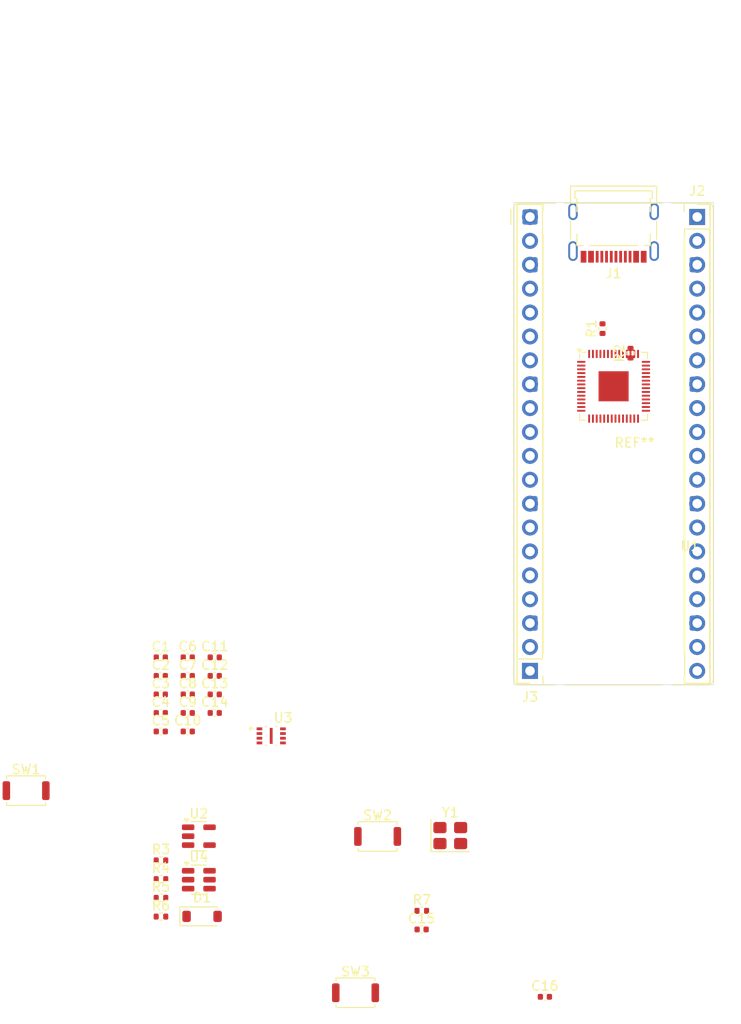
<source format=kicad_pcb>
(kicad_pcb (version 20241229) (generator "pcbnew") (generator_version "9.0")
  (layers (0 "F.Cu" signal) (2 "B.Cu" signal) (13 "F.Paste" user) (15 "B.Paste" user) (5 "F.SilkS" user "F.Silkscreen") (7 "B.SilkS" user "B.Silkscreen") (1 "F.Mask" user) (3 "B.Mask" user) (25 "Edge.Cuts" user))
  (net 0 "")
  (net 1 "GND")
  (net 2 "+3V3")
  (net 3 "VSYS")
  (net 4 "+1V1")
  (net 5 "+5V")
  (net 7 "Net-(J1-CC2)")
  (net 9 "USBDP")
  (net 10 "Net-(J1-CC1)")
  (net 11 "USBDN")
  (net 12 "IO18")
  (net 13 "IO20")
  (net 15 "IO28")
  (net 16 "IO21")
  (net 18 "RUN")
  (net 19 "IO27")
  (net 20 "IO22")
  (net 21 "IO26")
  (net 22 "IO16")
  (net 23 "IO19")
  (net 24 "IO17")
  (net 25 "IO14")
  (net 26 "IO0")
  (net 27 "IO13")
  (net 28 "IO8")
  (net 29 "IO11")
  (net 30 "IO2")
  (net 31 "IO1")
  (net 32 "IO5")
  (net 33 "IO9")
  (net 34 "IO3")
  (net 35 "IO12")
  (net 36 "IO7")
  (net 37 "IO6")
  (net 38 "IO10")
  (net 39 "IO15")
  (net 40 "IO4")
  (net 41 "CLEAN_USBDP")
  (net 42 "Net-(U1-USB_DP)")
  (net 43 "Net-(U1-USB_DM)")
  (net 44 "CLEAN_USBDN")
  (net 45 "Net-(R5-Pad2)")
  (net 46 "SPI_CS")
  (net 47 "SPI_SD3")
  (net 51 "IO23")
  (net 52 "SPI_SCLK")
  (net 53 "IO25")
  (net 54 "SPI_SD1")
  (net 55 "IO29")
  (net 56 "SPI_SD2")
  (net 57 "IO24")
  (net 59 "SPI_SD0")
  (net 61 "XIN")
  (net 62 "XOUT")
  (footprint "Capacitor_SMD:C_0402_1005Metric" (layer "F.Cu") (at 137.945 99.7)
    (property "Reference" "C5" (at 0 -1.16 0) (layer "F.SilkS"))
    (property "Value" "100n")
    (fp_line (start -0.107836 -0.36) (end 0.107836 -0.36) (stroke (width 0.12)) (layer "F.SilkS"))
    (fp_line (start -0.107836 0.36) (end 0.107836 0.36) (stroke (width 0.12)) (layer "F.SilkS"))
    (pad "1" smd roundrect (at -0.48 0) (size 0.56 0.62) (layers "F.Cu" "F.Mask" "F.Paste") (net 1 "GND"))
    (pad "2" smd roundrect (at 0.48 0) (size 0.56 0.62) (layers "F.Cu" "F.Mask" "F.Paste") (net 2 "+3V3"))
  )
  (footprint "Package_TO_SOT_SMD:SOT-23-5" (layer "F.Cu") (at 141.995 110.835)
    (property "Reference" "U2" (at 0 -2.4 0) (layer "F.SilkS"))
    (property "Value" "AP2112K-3.3")
    (fp_line (start 0 -1.56) (end -0.8 -1.56) (stroke (width 0.12)) (layer "F.SilkS"))
    (fp_line (start 0 -1.56) (end 0.8 -1.56) (stroke (width 0.12)) (layer "F.SilkS"))
    (fp_line (start 0 1.56) (end -0.8 1.56) (stroke (width 0.12)) (layer "F.SilkS"))
    (fp_line (start 0 1.56) (end 0.8 1.56) (stroke (width 0.12)) (layer "F.SilkS"))
    (fp_poly (pts (xy -1.3 -1.51) (xy -1.54 -1.84) (xy -1.06 -1.84)) (stroke (width 0.12)) (fill yes) (layer "F.SilkS"))
    (pad "1" smd roundrect (at -1.1375 -0.95) (size 1.325 0.6) (layers "F.Cu" "F.Mask" "F.Paste") (net 3 "VSYS"))
    (pad "2" smd roundrect (at -1.1375 0) (size 1.325 0.6) (layers "F.Cu" "F.Mask" "F.Paste") (net 1 "GND"))
    (pad "3" smd roundrect (at -1.1375 0.95) (size 1.325 0.6) (layers "F.Cu" "F.Mask" "F.Paste") (net 3 "VSYS"))
    (pad "4" smd roundrect (at 1.1375 0.95) (size 1.325 0.6) (layers "F.Cu" "F.Mask" "F.Paste"))
    (pad "5" smd roundrect (at 1.1375 -0.95) (size 1.325 0.6) (layers "F.Cu" "F.Mask" "F.Paste") (net 2 "+3V3"))
  )
  (footprint "Capacitor_SMD:C_0402_1005Metric" (layer "F.Cu") (at 140.815 95.76)
    (property "Reference" "C8" (at 0 -1.16 0) (layer "F.SilkS"))
    (property "Value" "1u")
    (fp_line (start -0.107836 -0.36) (end 0.107836 -0.36) (stroke (width 0.12)) (layer "F.SilkS"))
    (fp_line (start -0.107836 0.36) (end 0.107836 0.36) (stroke (width 0.12)) (layer "F.SilkS"))
    (pad "1" smd roundrect (at -0.48 0) (size 0.56 0.62) (layers "F.Cu" "F.Mask" "F.Paste") (net 2 "+3V3"))
    (pad "2" smd roundrect (at 0.48 0) (size 0.56 0.62) (layers "F.Cu" "F.Mask" "F.Paste") (net 1 "GND"))
  )
  (footprint "Resistor_SMD:R_0402_1005Metric" (layer "F.Cu") (at 184.93 56.87 90)
    (property "Reference" "R1" (at 0 -1.17 90) (layer "F.SilkS"))
    (property "Value" "27.4" (hide yes))
    (fp_line (start -0.153641 -0.38) (end 0.153641 -0.38) (stroke (width 0.12)) (layer "F.SilkS"))
    (fp_line (start -0.153641 0.38) (end 0.153641 0.38) (stroke (width 0.12)) (layer "F.SilkS"))
    (pad "1" smd roundrect (at -0.51 0 90) (size 0.54 0.64) (layers "F.Cu" "F.Mask" "F.Paste") (net 41 "CLEAN_USBDP"))
    (pad "2" smd roundrect (at 0.51 0 90) (size 0.54 0.64) (layers "F.Cu" "F.Mask" "F.Paste") (net 42 "Net-(U1-USB_DP)"))
  )
  (footprint "Capacitor_SMD:C_0402_1005Metric" (layer "F.Cu") (at 140.815 93.79)
    (property "Reference" "C7" (at 0 -1.16 0) (layer "F.SilkS"))
    (property "Value" "100n")
    (fp_line (start -0.107836 -0.36) (end 0.107836 -0.36) (stroke (width 0.12)) (layer "F.SilkS"))
    (fp_line (start -0.107836 0.36) (end 0.107836 0.36) (stroke (width 0.12)) (layer "F.SilkS"))
    (pad "1" smd roundrect (at -0.48 0) (size 0.56 0.62) (layers "F.Cu" "F.Mask" "F.Paste") (net 1 "GND"))
    (pad "2" smd roundrect (at 0.48 0) (size 0.56 0.62) (layers "F.Cu" "F.Mask" "F.Paste") (net 2 "+3V3"))
  )
  (footprint "W25Q16JVUXIQ_TR:IC_W25Q16JVUXIQ_TR" (layer "F.Cu") (at 149.69 100.17)
    (property "Reference" "U3" (at 1.275 -1.925 0) (layer "F.SilkS"))
    (property "Value" "W25Q16JVUXIQ_TR")
    (fp_line (start -0.63 -1) (end -0.47 -1) (stroke (width 0.127)) (layer "F.SilkS"))
    (fp_line (start -0.63 1) (end -0.47 1) (stroke (width 0.127)) (layer "F.SilkS"))
    (fp_line (start 0.63 -1) (end 0.47 -1) (stroke (width 0.127)) (layer "F.SilkS"))
    (fp_line (start 0.63 1) (end 0.47 1) (stroke (width 0.127)) (layer "F.SilkS"))
    (fp_circle (center -2.16 -0.76) (end -2.06 -0.76) (stroke (width 0.2)) (fill no) (layer "F.SilkS"))
    (pad "1" smd rect (at -1.25 -0.75) (size 0.6 0.3) (layers "F.Cu" "F.Mask") (net 46 "SPI_CS"))
    (pad "2" smd rect (at -1.25 -0.25) (size 0.6 0.3) (layers "F.Cu" "F.Mask") (net 54 "SPI_SD1"))
    (pad "3" smd rect (at -1.25 0.25) (size 0.6 0.3) (layers "F.Cu" "F.Mask") (net 56 "SPI_SD2"))
    (pad "4" smd rect (at -1.25 0.75) (size 0.6 0.3) (layers "F.Cu" "F.Mask") (net 1 "GND"))
    (pad "5" smd rect (at 1.25 0.75) (size 0.6 0.3) (layers "F.Cu" "F.Mask") (net 59 "SPI_SD0"))
    (pad "6" smd rect (at 1.25 0.25) (size 0.6 0.3) (layers "F.Cu" "F.Mask") (net 52 "SPI_SCLK"))
    (pad "7" smd rect (at 1.25 -0.25) (size 0.6 0.3) (layers "F.Cu" "F.Mask") (net 47 "SPI_SD3"))
    (pad "8" smd rect (at 1.25 -0.75) (size 0.6 0.3) (layers "F.Cu" "F.Mask") (net 2 "+3V3"))
    (pad "9" smd rect (at 0 0) (size 0.3 1.7) (layers "F.Cu" "F.Mask") (net 1 "GND"))
  )
  (footprint "Package_TO_SOT_SMD:SOT-23-6" (layer "F.Cu") (at 141.995 115.46)
    (property "Reference" "U4" (at 0 -2.4 0) (layer "F.SilkS"))
    (property "Value" "USBLC6-2SC6")
    (fp_line (start 0 -1.56) (end -0.8 -1.56) (stroke (width 0.12)) (layer "F.SilkS"))
    (fp_line (start 0 -1.56) (end 0.8 -1.56) (stroke (width 0.12)) (layer "F.SilkS"))
    (fp_line (start 0 1.56) (end -0.8 1.56) (stroke (width 0.12)) (layer "F.SilkS"))
    (fp_line (start 0 1.56) (end 0.8 1.56) (stroke (width 0.12)) (layer "F.SilkS"))
    (fp_poly (pts (xy -1.3 -1.51) (xy -1.54 -1.84) (xy -1.06 -1.84)) (stroke (width 0.12)) (fill yes) (layer "F.SilkS"))
    (pad "1" smd roundrect (at -1.1375 -0.95) (size 1.325 0.6) (layers "F.Cu" "F.Mask" "F.Paste") (net 9 "USBDP"))
    (pad "2" smd roundrect (at -1.1375 0) (size 1.325 0.6) (layers "F.Cu" "F.Mask" "F.Paste") (net 1 "GND"))
    (pad "3" smd roundrect (at -1.1375 0.95) (size 1.325 0.6) (layers "F.Cu" "F.Mask" "F.Paste") (net 11 "USBDN"))
    (pad "4" smd roundrect (at 1.1375 0.95) (size 1.325 0.6) (layers "F.Cu" "F.Mask" "F.Paste") (net 44 "CLEAN_USBDN"))
    (pad "5" smd roundrect (at 1.1375 0) (size 1.325 0.6) (layers "F.Cu" "F.Mask" "F.Paste") (net 5 "+5V"))
    (pad "6" smd roundrect (at 1.1375 -0.95) (size 1.325 0.6) (layers "F.Cu" "F.Mask" "F.Paste") (net 41 "CLEAN_USBDP"))
  )
  (footprint "Capacitor_SMD:C_0402_1005Metric" (layer "F.Cu") (at 137.945 93.79)
    (property "Reference" "C2" (at 0 -1.16 0) (layer "F.SilkS"))
    (property "Value" "100n")
    (fp_line (start -0.107836 -0.36) (end 0.107836 -0.36) (stroke (width 0.12)) (layer "F.SilkS"))
    (fp_line (start -0.107836 0.36) (end 0.107836 0.36) (stroke (width 0.12)) (layer "F.SilkS"))
    (pad "1" smd roundrect (at -0.48 0) (size 0.56 0.62) (layers "F.Cu" "F.Mask" "F.Paste") (net 1 "GND"))
    (pad "2" smd roundrect (at 0.48 0) (size 0.56 0.62) (layers "F.Cu" "F.Mask" "F.Paste") (net 2 "+3V3"))
  )
  (footprint "Capacitor_SMD:C_0402_1005Metric" (layer "F.Cu") (at 140.815 97.73)
    (property "Reference" "C9" (at 0 -1.16 0) (layer "F.SilkS"))
    (property "Value" "1uF")
    (fp_line (start -0.107836 -0.36) (end 0.107836 -0.36) (stroke (width 0.12)) (layer "F.SilkS"))
    (fp_line (start -0.107836 0.36) (end 0.107836 0.36) (stroke (width 0.12)) (layer "F.SilkS"))
    (pad "1" smd roundrect (at -0.48 0) (size 0.56 0.62) (layers "F.Cu" "F.Mask" "F.Paste") (net 2 "+3V3"))
    (pad "2" smd roundrect (at 0.48 0) (size 0.56 0.62) (layers "F.Cu" "F.Mask" "F.Paste") (net 1 "GND"))
  )
  (footprint "Resistor_SMD:R_0402_1005Metric" (layer "F.Cu") (at 187.91 59.48 90)
    (property "Reference" "R2" (at 0 -1.17 90) (layer "F.SilkS"))
    (property "Value" "27.4" (hide yes))
    (fp_line (start -0.153641 -0.38) (end 0.153641 -0.38) (stroke (width 0.12)) (layer "F.SilkS"))
    (fp_line (start -0.153641 0.38) (end 0.153641 0.38) (stroke (width 0.12)) (layer "F.SilkS"))
    (pad "1" smd roundrect (at -0.51 0 90) (size 0.54 0.64) (layers "F.Cu" "F.Mask" "F.Paste") (net 43 "Net-(U1-USB_DM)"))
    (pad "2" smd roundrect (at 0.51 0 90) (size 0.54 0.64) (layers "F.Cu" "F.Mask" "F.Paste") (net 44 "CLEAN_USBDN"))
  )
  (footprint "Capacitor_SMD:C_0402_1005Metric" (layer "F.Cu") (at 137.945 91.82)
    (property "Reference" "C1" (at 0 -1.16 0) (layer "F.SilkS"))
    (property "Value" "100n")
    (fp_line (start -0.107836 -0.36) (end 0.107836 -0.36) (stroke (width 0.12)) (layer "F.SilkS"))
    (fp_line (start -0.107836 0.36) (end 0.107836 0.36) (stroke (width 0.12)) (layer "F.SilkS"))
    (pad "1" smd roundrect (at -0.48 0) (size 0.56 0.62) (layers "F.Cu" "F.Mask" "F.Paste") (net 1 "GND"))
    (pad "2" smd roundrect (at 0.48 0) (size 0.56 0.62) (layers "F.Cu" "F.Mask" "F.Paste") (net 2 "+3V3"))
  )
  (footprint "Capacitor_SMD:C_0402_1005Metric" (layer "F.Cu") (at 140.815 99.7)
    (property "Reference" "C10" (at 0 -1.16 0) (layer "F.SilkS"))
    (property "Value" "1uF")
    (fp_line (start -0.107836 -0.36) (end 0.107836 -0.36) (stroke (width 0.12)) (layer "F.SilkS"))
    (fp_line (start -0.107836 0.36) (end 0.107836 0.36) (stroke (width 0.12)) (layer "F.SilkS"))
    (pad "1" smd roundrect (at -0.48 0) (size 0.56 0.62) (layers "F.Cu" "F.Mask" "F.Paste") (net 3 "VSYS"))
    (pad "2" smd roundrect (at 0.48 0) (size 0.56 0.62) (layers "F.Cu" "F.Mask" "F.Paste") (net 1 "GND"))
  )
  (footprint "Button_Switch_SMD:SW_Push_SPST_NO_Alps_SKRK" (layer "F.Cu") (at 123.62 105.99)
    (property "Reference" "SW1" (at 0 -2.25 0) (layer "F.SilkS"))
    (property "Value" "Boot")
    (fp_line (start -2.07 -1.57) (end 2.07 -1.57) (stroke (width 0.12)) (layer "F.SilkS"))
    (fp_line (start -2.07 -1.27) (end -2.07 -1.57) (stroke (width 0.12)) (layer "F.SilkS"))
    (fp_line (start -2.07 1.57) (end -2.07 1.27) (stroke (width 0.12)) (layer "F.SilkS"))
    (fp_line (start 2.07 -1.57) (end 2.07 -1.27) (stroke (width 0.12)) (layer "F.SilkS"))
    (fp_line (start 2.07 1.27) (end 2.07 1.57) (stroke (width 0.12)) (layer "F.SilkS"))
    (fp_line (start 2.07 1.57) (end -2.07 1.57) (stroke (width 0.12)) (layer "F.SilkS"))
    (pad "1" smd roundrect (at -2.1 0) (size 0.8 2) (layers "F.Cu" "F.Mask" "F.Paste") (net 46 "SPI_CS"))
    (pad "2" smd roundrect (at 2.1 0) (size 0.8 2) (layers "F.Cu" "F.Mask" "F.Paste") (net 45 "Net-(R5-Pad2)"))
  )
  (footprint "Package_DFN_QFN:QFN-56-1EP_7x7mm_P0.4mm_EP3.2x3.2mm" (layer "F.Cu") (at 186.11 63)
    (property "Reference" "U1" (at 8.11 17 0) (layer "F.SilkS"))
    (property "Value" "RP2040" (hide yes))
    (fp_line (start -3.61 -2.96) (end -3.61 -3.37) (stroke (width 0.12)) (layer "F.SilkS"))
    (fp_line (start -3.61 3.61) (end -3.61 2.96) (stroke (width 0.12)) (layer "F.SilkS"))
    (fp_line (start -2.96 -3.61) (end -3.31 -3.61) (stroke (width 0.12)) (layer "F.SilkS"))
    (fp_line (start -2.96 3.61) (end -3.61 3.61) (stroke (width 0.12)) (layer "F.SilkS"))
    (fp_line (start 2.96 -3.61) (end 3.61 -3.61) (stroke (width 0.12)) (layer "F.SilkS"))
    (fp_line (start 2.96 3.61) (end 3.61 3.61) (stroke (width 0.12)) (layer "F.SilkS"))
    (fp_line (start 3.61 -3.61) (end 3.61 -2.96) (stroke (width 0.12)) (layer "F.SilkS"))
    (fp_line (start 3.61 3.61) (end 3.61 2.96) (stroke (width 0.12)) (layer "F.SilkS"))
    (fp_poly (pts (xy -3.61 -3.61) (xy -3.85 -3.94) (xy -3.37 -3.94)) (stroke (width 0.12)) (fill yes) (layer "F.SilkS"))
    (pad "1" smd roundrect (at -3.4375 -2.6) (size 0.875 0.2) (layers "F.Cu" "F.Mask" "F.Paste") (net 2 "+3V3"))
    (pad "2" smd roundrect (at -3.4375 -2.2) (size 0.875 0.2) (layers "F.Cu" "F.Mask" "F.Paste") (net 26 "IO0"))
    (pad "3" smd roundrect (at -3.4375 -1.8) (size 0.875 0.2) (layers "F.Cu" "F.Mask" "F.Paste") (net 31 "IO1"))
    (pad "4" smd roundrect (at -3.4375 -1.4) (size 0.875 0.2) (layers "F.Cu" "F.Mask" "F.Paste") (net 30 "IO2"))
    (pad "5" smd roundrect (at -3.4375 -1) (size 0.875 0.2) (layers "F.Cu" "F.Mask" "F.Paste") (net 34 "IO3"))
    (pad "6" smd roundrect (at -3.4375 -0.6) (size 0.875 0.2) (layers "F.Cu" "F.Mask" "F.Paste") (net 40 "IO4"))
    (pad "7" smd roundrect (at -3.4375 -0.2) (size 0.875 0.2) (layers "F.Cu" "F.Mask" "F.Paste") (net 32 "IO5"))
    (pad "8" smd roundrect (at -3.4375 0.2) (size 0.875 0.2) (layers "F.Cu" "F.Mask" "F.Paste") (net 37 "IO6"))
    (pad "9" smd roundrect (at -3.4375 0.6) (size 0.875 0.2) (layers "F.Cu" "F.Mask" "F.Paste") (net 36 "IO7"))
    (pad "10" smd roundrect (at -3.4375 1) (size 0.875 0.2) (layers "F.Cu" "F.Mask" "F.Paste") (net 2 "+3V3"))
    (pad "11" smd roundrect (at -3.4375 1.4) (size 0.875 0.2) (layers "F.Cu" "F.Mask" "F.Paste") (net 28 "IO8"))
    (pad "12" smd roundrect (at -3.4375 1.8) (size 0.875 0.2) (layers "F.Cu" "F.Mask" "F.Paste") (net 33 "IO9"))
    (pad "13" smd roundrect (at -3.4375 2.2) (size 0.875 0.2) (layers "F.Cu" "F.Mask" "F.Paste") (net 38 "IO10"))
    (pad "14" smd roundrect (at -3.4375 2.6) (size 0.875 0.2) (layers "F.Cu" "F.Mask" "F.Paste") (net 29 "IO11"))
    (pad "15" smd roundrect (at -2.6 3.4375) (size 0.2 0.875) (layers "F.Cu" "F.Mask" "F.Paste") (net 35 "IO12"))
    (pad "16" smd roundrect (at -2.2 3.4375) (size 0.2 0.875) (layers "F.Cu" "F.Mask" "F.Paste") (net 27 "IO13"))
    (pad "17" smd roundrect (at -1.8 3.4375) (size 0.2 0.875) (layers "F.Cu" "F.Mask" "F.Paste") (net 25 "IO14"))
    (pad "18" smd roundrect (at -1.4 3.4375) (size 0.2 0.875) (layers "F.Cu" "F.Mask" "F.Paste") (net 39 "IO15"))
    (pad "19" smd roundrect (at -1 3.4375) (size 0.2 0.875) (layers "F.Cu" "F.Mask" "F.Paste") (net 1 "GND"))
    (pad "20" smd roundrect (at -0.6 3.4375) (size 0.2 0.875) (layers "F.Cu" "F.Mask" "F.Paste"))
    (pad "21" smd roundrect (at -0.2 3.4375) (size 0.2 0.875) (layers "F.Cu" "F.Mask" "F.Paste"))
    (pad "22" smd roundrect (at 0.2 3.4375) (size 0.2 0.875) (layers "F.Cu" "F.Mask" "F.Paste") (net 2 "+3V3"))
    (pad "23" smd roundrect (at 0.6 3.4375) (size 0.2 0.875) (layers "F.Cu" "F.Mask" "F.Paste") (net 4 "+1V1"))
    (pad "24" smd roundrect (at 1 3.4375) (size 0.2 0.875) (layers "F.Cu" "F.Mask" "F.Paste"))
    (pad "25" smd roundrect (at 1.4 3.4375) (size 0.2 0.875) (layers "F.Cu" "F.Mask" "F.Paste"))
    (pad "26" smd roundrect (at 1.8 3.4375) (size 0.2 0.875) (layers "F.Cu" "F.Mask" "F.Paste") (net 18 "RUN"))
    (pad "27" smd roundrect (at 2.2 3.4375) (size 0.2 0.875) (layers "F.Cu" "F.Mask" "F.Paste") (net 22 "IO16"))
    (pad "28" smd roundrect (at 2.6 3.4375) (size 0.2 0.875) (layers "F.Cu" "F.Mask" "F.Paste") (net 24 "IO17"))
    (pad "29" smd roundrect (at 3.4375 2.6) (size 0.875 0.2) (layers "F.Cu" "F.Mask" "F.Paste") (net 12 "IO18"))
    (pad "30" smd roundrect (at 3.4375 2.2) (size 0.875 0.2) (layers "F.Cu" "F.Mask" "F.Paste") (net 23 "IO19"))
    (pad "31" smd roundrect (at 3.4375 1.8) (size 0.875 0.2) (layers "F.Cu" "F.Mask" "F.Paste") (net 13 "IO20"))
    (pad "32" smd roundrect (at 3.4375 1.4) (size 0.875 0.2) (layers "F.Cu" "F.Mask" "F.Paste") (net 16 "IO21"))
    (pad "33" smd roundrect (at 3.4375 1) (size 0.875 0.2) (layers "F.Cu" "F.Mask" "F.Paste") (net 2 "+3V3"))
    (pad "34" smd roundrect (at 3.4375 0.6) (size 0.875 0.2) (layers "F.Cu" "F.Mask" "F.Paste") (net 20 "IO22"))
    (pad "35" smd roundrect (at 3.4375 0.2) (size 0.875 0.2) (layers "F.Cu" "F.Mask" "F.Paste") (net 51 "IO23"))
    (pad "36" smd roundrect (at 3.4375 -0.2) (size 0.875 0.2) (layers "F.Cu" "F.Mask" "F.Paste") (net 57 "IO24"))
    (pad "37" smd roundrect (at 3.4375 -0.6) (size 0.875 0.2) (layers "F.Cu" "F.Mask" "F.Paste") (net 53 "IO25"))
    (pad "38" smd roundrect (at 3.4375 -1) (size 0.875 0.2) (layers "F.Cu" "F.Mask" "F.Paste") (net 21 "IO26"))
    (pad "39" smd roundrect (at 3.4375 -1.4) (size 0.875 0.2) (layers "F.Cu" "F.Mask" "F.Paste") (net 19 "IO27"))
    (pad "40" smd roundrect (at 3.4375 -1.8) (size 0.875 0.2) (layers "F.Cu" "F.Mask" "F.Paste") (net 15 "IO28"))
    (pad "41" smd roundrect (at 3.4375 -2.2) (size 0.875 0.2) (layers "F.Cu" "F.Mask" "F.Paste") (net 55 "IO29"))
    (pad "42" smd roundrect (at 3.4375 -2.6) (size 0.875 0.2) (layers "F.Cu" "F.Mask" "F.Paste") (net 2 "+3V3"))
    (pad "43" smd roundrect (at 2.6 -3.4375) (size 0.2 0.875) (layers "F.Cu" "F.Mask" "F.Paste") (net 2 "+3V3"))
    (pad "44" smd roundrect (at 2.2 -3.4375) (size 0.2 0.875) (layers "F.Cu" "F.Mask" "F.Paste") (net 2 "+3V3"))
    (pad "45" smd roundrect (at 1.8 -3.4375) (size 0.2 0.875) (layers "F.Cu" "F.Mask" "F.Paste") (net 4 "+1V1"))
    (pad "46" smd roundrect (at 1.4 -3.4375) (size 0.2 0.875) (layers "F.Cu" "F.Mask" "F.Paste") (net 43 "Net-(U1-USB_DM)"))
    (pad "47" smd roundrect (at 1 -3.4375) (size 0.2 0.875) (layers "F.Cu" "F.Mask" "F.Paste") (net 42 "Net-(U1-USB_DP)"))
    (pad "48" smd roundrect (at 0.6 -3.4375) (size 0.2 0.875) (layers "F.Cu" "F.Mask" "F.Paste") (net 2 "+3V3"))
    (pad "49" smd roundrect (at 0.2 -3.4375) (size 0.2 0.875) (layers "F.Cu" "F.Mask" "F.Paste") (net 2 "+3V3"))
    (pad "50" smd roundrect (at -0.2 -3.4375) (size 0.2 0.875) (layers "F.Cu" "F.Mask" "F.Paste") (net 4 "+1V1"))
    (pad "51" smd roundrect (at -0.6 -3.4375) (size 0.2 0.875) (layers "F.Cu" "F.Mask" "F.Paste") (net 47 "SPI_SD3"))
    (pad "52" smd roundrect (at -1 -3.4375) (size 0.2 0.875) (layers "F.Cu" "F.Mask" "F.Paste") (net 52 "SPI_SCLK"))
    (pad "53" smd roundrect (at -1.4 -3.4375) (size 0.2 0.875) (layers "F.Cu" "F.Mask" "F.Paste") (net 59 "SPI_SD0"))
    (pad "54" smd roundrect (at -1.8 -3.4375) (size 0.2 0.875) (layers "F.Cu" "F.Mask" "F.Paste") (net 56 "SPI_SD2"))
    (pad "55" smd roundrect (at -2.2 -3.4375) (size 0.2 0.875) (layers "F.Cu" "F.Mask" "F.Paste") (net 54 "SPI_SD1"))
    (pad "56" smd roundrect (at -2.6 -3.4375) (size 0.2 0.875) (layers "F.Cu" "F.Mask" "F.Paste") (net 46 "SPI_CS"))
    (pad "57" smd rect (at 0 0) (size 3.2 3.2) (property pad_prop_heatsink) (layers "F.Cu" "F.Mask") (net 1 "GND"))
  )
  (footprint "Capacitor_SMD:C_0402_1005Metric" (layer "F.Cu") (at 178.8 127.91)
    (property "Reference" "C16" (at 0 -1.16 0) (layer "F.SilkS"))
    (property "Value" "15pF")
    (fp_line (start -0.107836 -0.36) (end 0.107836 -0.36) (stroke (width 0.12)) (layer "F.SilkS"))
    (fp_line (start -0.107836 0.36) (end 0.107836 0.36) (stroke (width 0.12)) (layer "F.SilkS"))
    (pad "1" smd roundrect (at -0.48 0) (size 0.56 0.62) (layers "F.Cu" "F.Mask" "F.Paste") (net 1 "GND"))
    (pad "2" smd roundrect (at 0.48 0) (size 0.56 0.62) (layers "F.Cu" "F.Mask" "F.Paste") (net 62 "XOUT"))
  )
  (footprint "Resistor_SMD:R_0402_1005Metric" (layer "F.Cu") (at 137.965 117.39)
    (property "Reference" "R5" (at 0 -1.17 0) (layer "F.SilkS"))
    (property "Value" "1k")
    (fp_line (start -0.153641 -0.38) (end 0.153641 -0.38) (stroke (width 0.12)) (layer "F.SilkS"))
    (fp_line (start -0.153641 0.38) (end 0.153641 0.38) (stroke (width 0.12)) (layer "F.SilkS"))
    (pad "1" smd roundrect (at -0.51 0) (size 0.54 0.64) (layers "F.Cu" "F.Mask" "F.Paste") (net 1 "GND"))
    (pad "2" smd roundrect (at 0.51 0) (size 0.54 0.64) (layers "F.Cu" "F.Mask" "F.Paste") (net 45 "Net-(R5-Pad2)"))
  )
  (footprint "Capacitor_SMD:C_0402_1005Metric" (layer "F.Cu") (at 143.685 91.82)
    (property "Reference" "C11" (at 0 -1.16 0) (layer "F.SilkS"))
    (property "Value" "1u")
    (fp_line (start -0.107836 -0.36) (end 0.107836 -0.36) (stroke (width 0.12)) (layer "F.SilkS"))
    (fp_line (start -0.107836 0.36) (end 0.107836 0.36) (stroke (width 0.12)) (layer "F.SilkS"))
    (pad "1" smd roundrect (at -0.48 0) (size 0.56 0.62) (layers "F.Cu" "F.Mask" "F.Paste") (net 4 "+1V1"))
    (pad "2" smd roundrect (at 0.48 0) (size 0.56 0.62) (layers "F.Cu" "F.Mask" "F.Paste") (net 1 "GND"))
  )
  (footprint "Resistor_SMD:R_0402_1005Metric" (layer "F.Cu") (at 137.965 113.41)
    (property "Reference" "R3" (at 0 -1.17 0) (layer "F.SilkS"))
    (property "Value" "5k1")
    (fp_line (start -0.153641 -0.38) (end 0.153641 -0.38) (stroke (width 0.12)) (layer "F.SilkS"))
    (fp_line (start -0.153641 0.38) (end 0.153641 0.38) (stroke (width 0.12)) (layer "F.SilkS"))
    (pad "1" smd roundrect (at -0.51 0) (size 0.54 0.64) (layers "F.Cu" "F.Mask" "F.Paste") (net 1 "GND"))
    (pad "2" smd roundrect (at 0.51 0) (size 0.54 0.64) (layers "F.Cu" "F.Mask" "F.Paste") (net 10 "Net-(J1-CC1)"))
  )
  (footprint "Resistor_SMD:R_0402_1005Metric" (layer "F.Cu") (at 165.71 118.77)
    (property "Reference" "R7" (at 0 -1.17 0) (layer "F.SilkS"))
    (property "Value" "1k")
    (fp_line (start -0.153641 -0.38) (end 0.153641 -0.38) (stroke (width 0.12)) (layer "F.SilkS"))
    (fp_line (start -0.153641 0.38) (end 0.153641 0.38) (stroke (width 0.12)) (layer "F.SilkS"))
    (pad "1" smd roundrect (at -0.51 0) (size 0.54 0.64) (layers "F.Cu" "F.Mask" "F.Paste") (net 2 "+3V3"))
    (pad "2" smd roundrect (at 0.51 0) (size 0.54 0.64) (layers "F.Cu" "F.Mask" "F.Paste") (net 18 "RUN"))
  )
  (footprint "Capacitor_SMD:C_0402_1005Metric" (layer "F.Cu") (at 137.945 95.76)
    (property "Reference" "C3" (at 0 -1.16 0) (layer "F.SilkS"))
    (property "Value" "100n")
    (fp_line (start -0.107836 -0.36) (end 0.107836 -0.36) (stroke (width 0.12)) (layer "F.SilkS"))
    (fp_line (start -0.107836 0.36) (end 0.107836 0.36) (stroke (width 0.12)) (layer "F.SilkS"))
    (pad "1" smd roundrect (at -0.48 0) (size 0.56 0.62) (layers "F.Cu" "F.Mask" "F.Paste") (net 1 "GND"))
    (pad "2" smd roundrect (at 0.48 0) (size 0.56 0.62) (layers "F.Cu" "F.Mask" "F.Paste") (net 2 "+3V3"))
  )
  (footprint "Capacitor_SMD:C_0402_1005Metric" (layer "F.Cu") (at 140.815 91.82)
    (property "Reference" "C6" (at 0 -1.16 0) (layer "F.SilkS"))
    (property "Value" "100n")
    (fp_line (start -0.107836 -0.36) (end 0.107836 -0.36) (stroke (width 0.12)) (layer "F.SilkS"))
    (fp_line (start -0.107836 0.36) (end 0.107836 0.36) (stroke (width 0.12)) (layer "F.SilkS"))
    (pad "1" smd roundrect (at -0.48 0) (size 0.56 0.62) (layers "F.Cu" "F.Mask" "F.Paste") (net 1 "GND"))
    (pad "2" smd roundrect (at 0.48 0) (size 0.56 0.62) (layers "F.Cu" "F.Mask" "F.Paste") (net 2 "+3V3"))
  )
  (footprint "Module:RaspberryPi_Pico_Common_THT" (layer "F.Cu") (at 177.22 45)
    (property "Reference" "REF**" (at 8.89 24 0) (layer "F.SilkS") (effects (justify left)))
    (property "Value" "RaspberryPi_Pico_Common_THT")
    (fp_line (start -2.04 0.8) (end -2.04 -0.8) (stroke (width 0.12)) (layer "F.SilkS"))
    (fp_line (start -1.72 -0.87) (end -1.72 49.13) (stroke (width 0.12)) (layer "F.SilkS"))
    (fp_line (start -1.38 -1.417) (end -1.38 49.677) (stroke (width 0.12)) (layer "F.SilkS"))
    (fp_line (start -1.11 -1.48) (end 1.38 -1.48) (stroke (width 0.12)) (layer "F.SilkS"))
    (fp_line (start -1.11 49.74) (end 2.727939 49.74) (stroke (width 0.12)) (layer "F.SilkS"))
    (fp_line (start 1.38 -1.48) (end 1.38 -0.56648) (stroke (width 0.12)) (layer "F.SilkS"))
    (fp_line (start 1.38 -1.48) (end 2.72794 -1.48) (stroke (width 0.12)) (layer "F.SilkS"))
    (fp_line (start 1.38 1.82648) (end 1.38 46.43352) (stroke (width 0.12)) (layer "F.SilkS"))
    (fp_line (start 1.38 48.82648) (end 1.38 49.74) (stroke (width 0.12)) (layer "F.SilkS"))
    (fp_line (start 3.652061 -1.48) (end 4.655 -1.48) (stroke (width 0.12)) (layer "F.SilkS"))
    (fp_line (start 4.655 -1.48) (end 13.125 -1.48) (stroke (width 0.12)) (layer "F.SilkS"))
    (fp_line (start 4.78 -2.78) (end 4.78 -1.96) (stroke (width 0.12)) (layer "F.SilkS"))
    (fp_line (start 4.78 -2.78) (end 13 -2.78) (stroke (width 0.12)) (layer "F.SilkS"))
    (fp_line (start 4.78 -1.96) (end 4.99 -1.96) (stroke (width 0.12)) (layer "F.SilkS"))
    (fp_line (start 4.99 -1.96) (end 4.99 -0.564) (stroke (width 0.12)) (layer "F.SilkS"))
    (fp_line (start 4.99 1.824) (end 4.99 3.04) (stroke (width 0.12)) (layer "F.SilkS"))
    (fp_line (start 5.29 49.74) (end 3.652061 49.74) (stroke (width 0.12)) (layer "F.SilkS"))
    (fp_line (start 12.49 49.74) (end 5.29 49.74) (stroke (width 0.12)) (layer "F.SilkS"))
    (fp_line (start 12.79 -1.96) (end 12.79 -0.564) (stroke (width 0.12)) (layer "F.SilkS"))
    (fp_line (start 12.79 1.824) (end 12.79 3.04) (stroke (width 0.12)) (layer "F.SilkS"))
    (fp_line (start 12.79 3.04) (end 4.99 3.04) (stroke (width 0.12)) (layer "F.SilkS"))
    (fp_line (start 13 -2.78) (end 13 -1.96) (stroke (width 0.12)) (layer "F.SilkS"))
    (fp_line (start 13 -1.96) (end 12.79 -1.96) (stroke (width 0.12)) (layer "F.SilkS"))
    (fp_line (start 13.125 -1.48) (end 14.127939 -1.48) (stroke (width 0.12)) (layer "F.SilkS"))
    (fp_line (start 14.127939 49.74) (end 12.49 49.74) (stroke (width 0.12)) (layer "F.SilkS"))
    (fp_line (start 15.052061 -1.48) (end 16.4 -1.48) (stroke (width 0.12)) (layer "F.SilkS"))
    (fp_line (start 15.052061 49.74) (end 18.89 49.74) (stroke (width 0.12)) (layer "F.SilkS"))
    (fp_line (start 16.4 -1.48) (end 16.4 -0.56648) (stroke (width 0.12)) (layer "F.SilkS"))
    (fp_line (start 16.4 1.82648) (end 16.4 46.43352) (stroke (width 0.12)) (layer "F.SilkS"))
    (fp_line (start 16.4 48.82648) (end 16.4 49.74) (stroke (width 0.12)) (layer "F.SilkS"))
    (fp_line (start 18.89 -1.48) (end 16.4 -1.48) (stroke (width 0.12)) (layer "F.SilkS"))
    (fp_line (start 19.16 49.677) (end 19.16 -1.417) (stroke (width 0.12)) (layer "F.SilkS"))
    (fp_line (start 19.5 -0.87) (end 19.5 49.13) (stroke (width 0.12)) (layer "F.SilkS"))
    (fp_arc (start -1.72 -0.87) (mid -1.541335 -1.301335) (end -1.11 -1.48) (stroke (width 0.12)) (layer "F.SilkS"))
    (fp_arc (start -1.11 49.74) (mid -1.541364 49.561364) (end -1.72 49.13) (stroke (width 0.12)) (layer "F.SilkS"))
    (fp_arc (start 18.89 -1.48) (mid 19.321335 -1.301335) (end 19.5 -0.87) (stroke (width 0.12)) (layer "F.SilkS"))
    (fp_arc (start 19.5 49.13) (mid 19.321335 49.561335) (end 18.89 49.74) (stroke (width 0.12)) (layer "F.SilkS"))
    (pad "1" thru_hole roundrect (at 0 0) (size 1.6 1.6) (drill 1) (layers "*.Cu" "*.Mask") (roundrect_rratio 0.125))
    (pad "2" thru_hole circle (at 0 2.54) (size 1.6 1.6) (drill 1) (layers "*.Cu" "*.Mask"))
    (pad "3" thru_hole custom (at 0 5.08) (size 1.6 1.6) (drill 1) (layers "*.Cu" "*.Mask") (options (clearance outline) (anchor circle)) (primitives (gr_poly (pts (xy 0.8 0.6) (xy 0.8 -0.6) (xy 0.6 -0.8) (xy 0 -0.8) (xy 0 0.8) (xy 0.6 0.8)) (width 0) (fill yes)) (gr_circle (center 0.6 0.6) (end 0.8 0.6) (width 0) (fill yes)) (gr_circle (center 0.6 -0.6) (end 0.8 -0.6) (width 0) (fill yes))))
    (pad "4" thru_hole circle (at 0 7.62) (size 1.6 1.6) (drill 1) (layers "*.Cu" "*.Mask"))
    (pad "5" thru_hole circle (at 0 10.16) (size 1.6 1.6) (drill 1) (layers "*.Cu" "*.Mask"))
    (pad "6" thru_hole circle (at 0 12.7) (size 1.6 1.6) (drill 1) (layers "*.Cu" "*.Mask"))
    (pad "7" thru_hole circle (at 0 15.24) (size 1.6 1.6) (drill 1) (layers "*.Cu" "*.Mask"))
    (pad "8" thru_hole custom (at 0 17.78) (size 1.6 1.6) (drill 1) (layers "*.Cu" "*.Mask") (options (clearance outline) (anchor circle)) (primitives (gr_poly (pts (xy 0.8 0.6) (xy 0.8 -0.6) (xy 0.6 -0.8) (xy 0 -0.8) (xy 0 0.8) (xy 0.6 0.8)) (width 0) (fill yes)) (gr_circle (center 0.6 0.6) (end 0.8 0.6) (width 0) (fill yes)) (gr_circle (center 0.6 -0.6) (end 0.8 -0.6) (width 0) (fill yes))))
    (pad "9" thru_hole circle (at 0 20.32) (size 1.6 1.6) (drill 1) (layers "*.Cu" "*.Mask"))
    (pad "10" thru_hole circle (at 0 22.86) (size 1.6 1.6) (drill 1) (layers "*.Cu" "*.Mask"))
    (pad "11" thru_hole circle (at 0 25.4) (size 1.6 1.6) (drill 1) (layers "*.Cu" "*.Mask"))
    (pad "12" thru_hole circle (at 0 27.94) (size 1.6 1.6) (drill 1) (layers "*.Cu" "*.Mask"))
    (pad "13" thru_hole custom (at 0 30.48) (size 1.6 1.6) (drill 1) (layers "*.Cu" "*.Mask") (options (clearance outline) (anchor circle)) (primitives (gr_poly (pts (xy 0.8 0.6) (xy 0.8 -0.6) (xy 0.6 -0.8) (xy 0 -0.8) (xy 0 0.8) (xy 0.6 0.8)) (width 0) (fill yes)) (gr_circle (center 0.6 0.6) (end 0.8 0.6) (width 0) (fill yes)) (gr_circle (center 0.6 -0.6) (end 0.8 -0.6) (width 0) (fill yes))))
    (pad "14" thru_hole circle (at 0 33.02) (size 1.6 1.6) (drill 1) (layers "*.Cu" "*.Mask"))
    (pad "15" thru_hole circle (at 0 35.56) (size 1.6 1.6) (drill 1) (layers "*.Cu" "*.Mask"))
    (pad "16" thru_hole circle (at 0 38.1) (size 1.6 1.6) (drill 1) (layers "*.Cu" "*.Mask"))
    (pad "17" thru_hole circle (at 0 40.64) (size 1.6 1.6) (drill 1) (layers "*.Cu" "*.Mask"))
    (pad "18" thru_hole custom (at 0 43.18) (size 1.6 1.6) (drill 1) (layers "*.Cu" "*.Mask") (options (clearance outline) (anchor circle)) (primitives (gr_poly (pts (xy 0.8 0.6) (xy 0.8 -0.6) (xy 0.6 -0.8) (xy 0 -0.8) (xy 0 0.8) (xy 0.6 0.8)) (width 0) (fill yes)) (gr_circle (center 0.6 0.6) (end 0.8 0.6) (width 0) (fill yes)) (gr_circle (center 0.6 -0.6) (end 0.8 -0.6) (width 0) (fill yes))))
    (pad "19" thru_hole circle (at 0 45.72) (size 1.6 1.6) (drill 1) (layers "*.Cu" "*.Mask"))
    (pad "20" thru_hole circle (at 0 48.26) (size 1.6 1.6) (drill 1) (layers "*.Cu" "*.Mask"))
    (pad "21" thru_hole circle (at 17.78 48.26) (size 1.6 1.6) (drill 1) (layers "*.Cu" "*.Mask"))
    (pad "22" thru_hole circle (at 17.78 45.72) (size 1.6 1.6) (drill 1) (layers "*.Cu" "*.Mask"))
    (pad "23" thru_hole custom (at 17.78 43.18) (size 1.6 1.6) (drill 1) (layers "*.Cu" "*.Mask") (options (clearance outline) (anchor circle)) (primitives (gr_poly (pts (xy -0.8 0.6) (xy -0.8 -0.6) (xy -0.6 -0.8) (xy 0 -0.8) (xy 0 0.8) (xy -0.6 0.8)) (width 0) (fill yes)) (gr_circle (center -0.6 0.6) (end -0.4 0.6) (width 0) (fill yes)) (gr_circle (center -0.6 -0.6) (end -0.4 -0.6) (width 0) (fill yes))))
    (pad "24" thru_hole circle (at 17.78 40.64) (size 1.6 1.6) (drill 1) (layers "*.Cu" "*.Mask"))
    (pad "25" thru_hole circle (at 17.78 38.1) (size 1.6 1.6) (drill 1) (layers "*.Cu" "*.Mask"))
    (pad "26" thru_hole circle (at 17.78 35.56) (size 1.6 1.6) (drill 1) (layers "*.Cu" "*.Mask"))
    (pad "27" thru_hole circle (at 17.78 33.02) (size 1.6 1.6) (drill 1) (layers "*.Cu" "*.Mask"))
    (pad "28" thru_hole custom (at 17.78 30.48) (size 1.6 1.6) (drill 1) (layers "*.Cu" "*.Mask") (options (clearance outline) (anchor circle)) (primitives (gr_poly (pts (xy -0.8 0.6) (xy -0.8 -0.6) (xy -0.6 -0.8) (xy 0 -0.8) (xy 0 0.8) (xy -0.6 0.8)) (width 0) (fill yes)) (gr_circle (center -0.6 0.6) (end -0.4 0.6) (width 0) (fill yes)) (gr_circle (center -0.6 -0.6) (end -0.4 -0.6) (width 0) (fill yes))))
    (pad "29" thru_hole circle (at 17.78 27.94) (size 1.6 1.6) (drill 1) (layers "*.Cu" "*.Mask"))
    (pad "30" thru_hole circle (at 17.78 25.4) (size 1.6 1.6) (drill 1) (layers "*.Cu" "*.Mask"))
    (pad "31" thru_hole circle (at 17.78 22.86) (size 1.6 1.6) (drill 1) (layers "*.Cu" "*.Mask"))
    (pad "32" thru_hole circle (at 17.78 20.32) (size 1.6 1.6) (drill 1) (layers "*.Cu" "*.Mask"))
    (pad "33" thru_hole custom (at 17.78 17.78) (size 1.6 1.6) (drill 1) (layers "*.Cu" "*.Mask") (options (clearance outline) (anchor circle)) (primitives (gr_poly (pts (xy -0.8 0.6) (xy -0.8 -0.6) (xy -0.6 -0.8) (xy 0 -0.8) (xy 0 0.8) (xy -0.6 0.8)) (width 0) (fill yes)) (gr_circle (center -0.6 0.6) (end -0.4 0.6) (width 0) (fill yes)) (gr_circle (center -0.6 -0.6) (end -0.4 -0.6) (width 0) (fill yes))))
    (pad "34" thru_hole circle (at 17.78 15.24) (size 1.6 1.6) (drill 1) (layers "*.Cu" "*.Mask"))
    (pad "35" thru_hole circle (at 17.78 12.7) (size 1.6 1.6) (drill 1) (layers "*.Cu" "*.Mask"))
    (pad "36" thru_hole circle (at 17.78 10.16) (size 1.6 1.6) (drill 1) (layers "*.Cu" "*.Mask"))
    (pad "37" thru_hole circle (at 17.78 7.62) (size 1.6 1.6) (drill 1) (layers "*.Cu" "*.Mask"))
    (pad "38" thru_hole custom (at 17.78 5.08) (size 1.6 1.6) (drill 1) (layers "*.Cu" "*.Mask") (options (clearance outline) (anchor circle)) (primitives (gr_poly (pts (xy -0.8 0.6) (xy -0.8 -0.6) (xy -0.6 -0.8) (xy 0 -0.8) (xy 0 0.8) (xy -0.6 0.8)) (width 0) (fill yes)) (gr_circle (center -0.6 0.6) (end -0.4 0.6) (width 0) (fill yes)) (gr_circle (center -0.6 -0.6) (end -0.4 -0.6) (width 0) (fill yes))))
    (pad "39" thru_hole circle (at 17.78 2.54) (size 1.6 1.6) (drill 1) (layers "*.Cu" "*.Mask"))
    (pad "40" thru_hole circle (at 17.78 0) (size 1.6 1.6) (drill 1) (layers "*.Cu" "*.Mask"))
  )
  (footprint "Resistor_SMD:R_0402_1005Metric" (layer "F.Cu") (at 137.965 119.38)
    (property "Reference" "R6" (at 0 -1.17 0) (layer "F.SilkS"))
    (property "Value" "10k")
    (fp_line (start -0.153641 -0.38) (end 0.153641 -0.38) (stroke (width 0.12)) (layer "F.SilkS"))
    (fp_line (start -0.153641 0.38) (end 0.153641 0.38) (stroke (width 0.12)) (layer "F.SilkS"))
    (pad "1" smd roundrect (at -0.51 0) (size 0.54 0.64) (layers "F.Cu" "F.Mask" "F.Paste") (net 2 "+3V3"))
    (pad "2" smd roundrect (at 0.51 0) (size 0.54 0.64) (layers "F.Cu" "F.Mask" "F.Paste") (net 46 "SPI_CS"))
  )
  (footprint "Capacitor_SMD:C_0402_1005Metric" (layer "F.Cu") (at 143.685 95.76)
    (property "Reference" "C13" (at 0 -1.16 0) (layer "F.SilkS"))
    (property "Value" "100n")
    (fp_line (start -0.107836 -0.36) (end 0.107836 -0.36) (stroke (width 0.12)) (layer "F.SilkS"))
    (fp_line (start -0.107836 0.36) (end 0.107836 0.36) (stroke (width 0.12)) (layer "F.SilkS"))
    (pad "1" smd roundrect (at -0.48 0) (size 0.56 0.62) (layers "F.Cu" "F.Mask" "F.Paste") (net 4 "+1V1"))
    (pad "2" smd roundrect (at 0.48 0) (size 0.56 0.62) (layers "F.Cu" "F.Mask" "F.Paste") (net 1 "GND"))
  )
  (footprint "Capacitor_SMD:C_0402_1005Metric" (layer "F.Cu") (at 165.69 120.75)
    (property "Reference" "C15" (at 0 -1.16 0) (layer "F.SilkS"))
    (property "Value" "15pF")
    (fp_line (start -0.107836 -0.36) (end 0.107836 -0.36) (stroke (width 0.12)) (layer "F.SilkS"))
    (fp_line (start -0.107836 0.36) (end 0.107836 0.36) (stroke (width 0.12)) (layer "F.SilkS"))
    (pad "1" smd roundrect (at -0.48 0) (size 0.56 0.62) (layers "F.Cu" "F.Mask" "F.Paste") (net 1 "GND"))
    (pad "2" smd roundrect (at 0.48 0) (size 0.56 0.62) (layers "F.Cu" "F.Mask" "F.Paste") (net 61 "XIN"))
  )
  (footprint "Connector_USB:USB_C_Receptacle_G-Switch_GT-USB-7010ASV" (layer "F.Cu") (at 186.11 45.5 180)
    (property "Reference" "J1" (at 0 -5.5 0) (layer "F.SilkS"))
    (property "Value" "USB_C_Receptacle_USB2.0_16P")
    (fp_line (start 4.58 3.785) (end -4.58 3.785) (stroke (width 0.12)) (layer "F.SilkS"))
    (fp_line (start 4.58 2.08) (end 4.58 3.785) (stroke (width 0.12)) (layer "F.SilkS"))
    (fp_line (start 4.58 0.07) (end 4.58 -1.85) (stroke (width 0.12)) (layer "F.SilkS"))
    (fp_line (start -4.58 3.785) (end -4.58 2.08) (stroke (width 0.12)) (layer "F.SilkS"))
    (fp_line (start -4.58 -1.85) (end -4.58 0.07) (stroke (width 0.12)) (layer "F.SilkS"))
    (pad "" np_thru_hole circle (at -2.89 -2.605 180) (size 0.65 0.65) (drill 0.65) (layers "*.Cu" "*.Mask"))
    (pad "" np_thru_hole circle (at 2.89 -2.605 180) (size 0.65 0.65) (drill 0.65) (layers "*.Cu" "*.Mask"))
    (pad "A1" smd rect (at -3.2 -3.725 180) (size 0.6 1.24) (layers "F.Cu" "F.Mask" "F.Paste") (net 1 "GND"))
    (pad "A4" smd rect (at -2.4 -3.725 180) (size 0.6 1.24) (layers "F.Cu" "F.Mask" "F.Paste") (net 5 "+5V"))
    (pad "A5" smd rect (at -1.25 -3.725 180) (size 0.3 1.24) (layers "F.Cu" "F.Mask" "F.Paste") (net 10 "Net-(J1-CC1)"))
    (pad "A6" smd rect (at -0.25 -3.725 180) (size 0.3 1.24) (layers "F.Cu" "F.Mask" "F.Paste") (net 9 "USBDP"))
    (pad "A7" smd rect (at 0.25 -3.725 180) (size 0.3 1.24) (layers "F.Cu" "F.Mask" "F.Paste") (net 11 "USBDN"))
    (pad "A8" smd rect (at 1.25 -3.725 180) (size 0.3 1.24) (layers "F.Cu" "F.Mask" "F.Paste"))
    (pad "A9" smd rect (at 2.4 -3.725 180) (size 0.6 1.24) (layers "F.Cu" "F.Mask" "F.Paste") (net 5 "+5V"))
    (pad "A12" smd rect (at 3.2 -3.725 180) (size 0.6 1.24) (layers "F.Cu" "F.Mask" "F.Paste") (net 1 "GND"))
    (pad "B1" smd rect (at 3.2 -3.725 180) (size 0.6 1.24) (layers "F.Cu" "F.Mask" "F.Paste") (net 1 "GND"))
    (pad "B4" smd rect (at 2.4 -3.725 180) (size 0.6 1.24) (layers "F.Cu" "F.Mask" "F.Paste") (net 5 "+5V"))
    (pad "B5" smd rect (at 1.75 -3.725 180) (size 0.3 1.24) (layers "F.Cu" "F.Mask" "F.Paste") (net 7 "Net-(J1-CC2)"))
    (pad "B6" smd rect (at 0.75 -3.725 180) (size 0.3 1.24) (layers "F.Cu" "F.Mask" "F.Paste") (net 9 "USBDP"))
    (pad "B7" smd rect (at -0.75 -3.725 180) (size 0.3 1.24) (layers "F.Cu" "F.Mask" "F.Paste") (net 11 "USBDN"))
    (pad "B8" smd rect (at -1.75 -3.725 180) (size 0.3 1.24) (layers "F.Cu" "F.Mask" "F.Paste"))
    (pad "B9" smd rect (at -2.4 -3.725 180) (size 0.6 1.24) (layers "F.Cu" "F.Mask" "F.Paste") (net 5 "+5V"))
    (pad "B12" smd rect (at -3.2 -3.725 180) (size 0.6 1.24) (layers "F.Cu" "F.Mask" "F.Paste") (net 1 "GND"))
    (pad "S1" thru_hole oval (at -4.32 -3.125 180) (size 1 2.1) (drill oval 0.6 1.7) (property pad_prop_heatsink) (layers "*.Cu" "*.Mask") (net 1 "GND"))
    (pad "S1" thru_hole oval (at -4.32 1.075 180) (size 1 1.8) (drill oval 0.6 1.4) (property pad_prop_heatsink) (layers "*.Cu" "*.Mask") (net 1 "GND"))
    (pad "S1" thru_hole oval (at 4.32 -3.125 180) (size 1 2.1) (drill oval 0.6 1.7) (property pad_prop_heatsink) (layers "*.Cu" "*.Mask") (net 1 "GND"))
    (pad "S1" thru_hole oval (at 4.32 1.075 180) (size 1 1.8) (drill oval 0.6 1.4) (property pad_prop_heatsink) (layers "*.Cu" "*.Mask") (net 1 "GND"))
  )
  (footprint "Button_Switch_SMD:SW_Push_SPST_NO_Alps_SKRK" (layer "F.Cu") (at 158.66 127.48)
    (property "Reference" "SW3" (at 0 -2.25 0) (layer "F.SilkS"))
    (property "Value" "SW_Push")
    (fp_line (start -2.07 -1.57) (end 2.07 -1.57) (stroke (width 0.12)) (layer "F.SilkS"))
    (fp_line (start -2.07 -1.27) (end -2.07 -1.57) (stroke (width 0.12)) (layer "F.SilkS"))
    (fp_line (start -2.07 1.57) (end -2.07 1.27) (stroke (width 0.12)) (layer "F.SilkS"))
    (fp_line (start 2.07 -1.57) (end 2.07 -1.27) (stroke (width 0.12)) (layer "F.SilkS"))
    (fp_line (start 2.07 1.27) (end 2.07 1.57) (stroke (width 0.12)) (layer "F.SilkS"))
    (fp_line (start 2.07 1.57) (end -2.07 1.57) (stroke (width 0.12)) (layer "F.SilkS"))
    (pad "1" smd roundrect (at -2.1 0) (size 0.8 2) (layers "F.Cu" "F.Mask" "F.Paste") (net 1 "GND"))
    (pad "2" smd roundrect (at 2.1 0) (size 0.8 2) (layers "F.Cu" "F.Mask" "F.Paste") (net 51 "IO23"))
  )
  (footprint "Capacitor_SMD:C_0402_1005Metric" (layer "F.Cu") (at 143.685 93.79)
    (property "Reference" "C12" (at 0 -1.16 0) (layer "F.SilkS"))
    (property "Value" "100n")
    (fp_line (start -0.107836 -0.36) (end 0.107836 -0.36) (stroke (width 0.12)) (layer "F.SilkS"))
    (fp_line (start -0.107836 0.36) (end 0.107836 0.36) (stroke (width 0.12)) (layer "F.SilkS"))
    (pad "1" smd roundrect (at -0.48 0) (size 0.56 0.62) (layers "F.Cu" "F.Mask" "F.Paste") (net 4 "+1V1"))
    (pad "2" smd roundrect (at 0.48 0) (size 0.56 0.62) (layers "F.Cu" "F.Mask" "F.Paste") (net 1 "GND"))
  )
  (footprint "Crystal:Crystal_SMD_3225-4Pin_3.2x2.5mm" (layer "F.Cu") (at 168.74 110.77)
    (property "Reference" "Y1" (at 0 -2.45 0) (layer "F.SilkS"))
    (property "Value" "ABM8-272-T3")
    (fp_line (start -2.06 -1.71) (end -2.06 1.71) (stroke (width 0.12)) (layer "F.SilkS"))
    (fp_line (start -2.06 1.71) (end 2.06 1.71) (stroke (width 0.12)) (layer "F.SilkS"))
    (pad "1" smd roundrect (at -1.1 0.85) (size 1.4 1.2) (layers "F.Cu" "F.Mask" "F.Paste") (roundrect_rratio 0.208333) (net 61 "XIN"))
    (pad "2" smd roundrect (at 1.1 0.85) (size 1.4 1.2) (layers "F.Cu" "F.Mask" "F.Paste") (roundrect_rratio 0.208333) (net 1 "GND"))
    (pad "3" smd roundrect (at 1.1 -0.85) (size 1.4 1.2) (layers "F.Cu" "F.Mask" "F.Paste") (roundrect_rratio 0.208333) (net 62 "XOUT"))
    (pad "4" smd roundrect (at -1.1 -0.85) (size 1.4 1.2) (layers "F.Cu" "F.Mask" "F.Paste") (roundrect_rratio 0.208333) (net 1 "GND"))
  )
  (footprint "Capacitor_SMD:C_0402_1005Metric" (layer "F.Cu") (at 143.685 97.73)
    (property "Reference" "C14" (at 0 -1.16 0) (layer "F.SilkS"))
    (property "Value" "100nF")
    (fp_line (start -0.107836 -0.36) (end 0.107836 -0.36) (stroke (width 0.12)) (layer "F.SilkS"))
    (fp_line (start -0.107836 0.36) (end 0.107836 0.36) (stroke (width 0.12)) (layer "F.SilkS"))
    (pad "1" smd roundrect (at -0.48 0) (size 0.56 0.62) (layers "F.Cu" "F.Mask" "F.Paste") (net 2 "+3V3"))
    (pad "2" smd roundrect (at 0.48 0) (size 0.56 0.62) (layers "F.Cu" "F.Mask" "F.Paste") (net 1 "GND"))
  )
  (footprint "Connector_PinSocket_2.54mm:PinSocket_1x20_P2.54mm_Vertical" (layer "F.Cu") (at 177.22 93.26 180)
    (property "Reference" "J3" (at 0 -2.77 0) (layer "F.SilkS"))
    (property "Value" "Conn_01x20")
    (fp_line (start 1.33 1.27) (end 1.33 49.59) (stroke (width 0.12)) (layer "F.SilkS"))
    (fp_line (start 1.33 -1.33) (end 1.33 0) (stroke (width 0.12)) (layer "F.SilkS"))
    (fp_line (start 0 -1.33) (end 1.33 -1.33) (stroke (width 0.12)) (layer "F.SilkS"))
    (fp_line (start -1.33 49.59) (end 1.33 49.59) (stroke (width 0.12)) (layer "F.SilkS"))
    (fp_line (start -1.33 1.27) (end 1.33 1.27) (stroke (width 0.12)) (layer "F.SilkS"))
    (fp_line (start -1.33 1.27) (end -1.33 49.59) (stroke (width 0.12)) (layer "F.SilkS"))
    (pad "1" thru_hole rect (at 0 0 180) (size 1.7 1.7) (drill 1) (layers "*.Cu" "*.Mask") (net 39 "IO15"))
    (pad "2" thru_hole circle (at 0 2.54 180) (size 1.7 1.7) (drill 1) (layers "*.Cu" "*.Mask") (net 25 "IO14"))
    (pad "3" thru_hole circle (at 0 5.08 180) (size 1.7 1.7) (drill 1) (layers "*.Cu" "*.Mask") (net 1 "GND"))
    (pad "4" thru_hole circle (at 0 7.62 180) (size 1.7 1.7) (drill 1) (layers "*.Cu" "*.Mask") (net 27 "IO13"))
    (pad "5" thru_hole circle (at 0 10.16 180) (size 1.7 1.7) (drill 1) (layers "*.Cu" "*.Mask") (net 35 "IO12"))
    (pad "6" thru_hole circle (at 0 12.7 180) (size 1.7 1.7) (drill 1) (layers "*.Cu" "*.Mask") (net 29 "IO11"))
    (pad "7" thru_hole circle (at 0 15.24 180) (size 1.7 1.7) (drill 1) (layers "*.Cu" "*.Mask") (net 38 "IO10"))
    (pad "8" thru_hole circle (at 0 17.78 180) (size 1.7 1.7) (drill 1) (layers "*.Cu" "*.Mask") (net 1 "GND"))
    (pad "9" thru_hole circle (at 0 20.32 180) (size 1.7 1.7) (drill 1) (layers "*.Cu" "*.Mask") (net 33 "IO9"))
    (pad "10" thru_hole circle (at 0 22.86 180) (size 1.7 1.7) (drill 1) (layers "*.Cu" "*.Mask") (net 28 "IO8"))
    (pad "11" thru_hole circle (at 0 25.4 180) (size 1.7 1.7) (drill 1) (layers "*.Cu" "*.Mask") (net 36 "IO7"))
    (pad "12" thru_hole circle (at 0 27.94 180) (size 1.7 1.7) (drill 1) (layers "*.Cu" "*.Mask") (net 37 "IO6"))
    (pad "13" thru_hole circle (at 0 30.48 180) (size 1.7 1.7) (drill 1) (layers "*.Cu" "*.Mask") (net 1 "GND"))
    (pad "14" thru_hole circle (at 0 33.02 180) (size 1.7 1.7) (drill 1) (layers "*.Cu" "*.Mask") (net 32 "IO5"))
    (pad "15" thru_hole circle (at 0 35.56 180) (size 1.7 1.7) (drill 1) (layers "*.Cu" "*.Mask") (net 40 "IO4"))
    (pad "16" thru_hole circle (at 0 38.1 180) (size 1.7 1.7) (drill 1) (layers "*.Cu" "*.Mask") (net 34 "IO3"))
    (pad "17" thru_hole circle (at 0 40.64 180) (size 1.7 1.7) (drill 1) (layers "*.Cu" "*.Mask") (net 30 "IO2"))
    (pad "18" thru_hole circle (at 0 43.18 180) (size 1.7 1.7) (drill 1) (layers "*.Cu" "*.Mask") (net 1 "GND"))
    (pad "19" thru_hole circle (at 0 45.72 180) (size 1.7 1.7) (drill 1) (layers "*.Cu" "*.Mask") (net 31 "IO1"))
    (pad "20" thru_hole circle (at 0 48.26 180) (size 1.7 1.7) (drill 1) (layers "*.Cu" "*.Mask") (net 26 "IO0"))
  )
  (footprint "Connector_PinSocket_2.54mm:PinSocket_1x20_P2.54mm_Vertical" (layer "F.Cu") (at 195 45)
    (property "Reference" "J2" (at 0 -2.77 0) (layer "F.SilkS"))
    (property "Value" "Conn_01x20")
    (fp_line (start -1.33 1.27) (end -1.33 49.59) (stroke (width 0.12)) (layer "F.SilkS"))
    (fp_line (start -1.33 1.27) (end 1.33 1.27) (stroke (width 0.12)) (layer "F.SilkS"))
    (fp_line (start -1.33 49.59) (end 1.33 49.59) (stroke (width 0.12)) (layer "F.SilkS"))
    (fp_line (start 0 -1.33) (end 1.33 -1.33) (stroke (width 0.12)) (layer "F.SilkS"))
    (fp_line (start 1.33 -1.33) (end 1.33 0) (stroke (width 0.12)) (layer "F.SilkS"))
    (fp_line (start 1.33 1.27) (end 1.33 49.59) (stroke (width 0.12)) (layer "F.SilkS"))
    (pad "1" thru_hole rect (at 0 0) (size 1.7 1.7) (drill 1) (layers "*.Cu" "*.Mask") (net 5 "+5V"))
    (pad "2" thru_hole circle (at 0 2.54) (size 1.7 1.7) (drill 1) (layers "*.Cu" "*.Mask") (net 3 "VSYS"))
    (pad "3" thru_hole circle (at 0 5.08) (size 1.7 1.7) (drill 1) (layers "*.Cu" "*.Mask") (net 1 "GND"))
    (pad "4" thru_hole circle (at 0 7.62) (size 1.7 1.7) (drill 1) (layers "*.Cu" "*.Mask"))
    (pad "5" thru_hole circle (at 0 10.16) (size 1.7 1.7) (drill 1) (layers "*.Cu" "*.Mask") (net 2 "+3V3"))
    (pad "6" thru_hole circle (at 0 12.7) (size 1.7 1.7) (drill 1) (layers "*.Cu" "*.Mask"))
    (pad "7" thru_hole circle (at 0 15.24) (size 1.7 1.7) (drill 1) (layers "*.Cu" "*.Mask") (net 15 "IO28"))
    (pad "8" thru_hole circle (at 0 17.78) (size 1.7 1.7) (drill 1) (layers "*.Cu" "*.Mask") (net 1 "GND"))
    (pad "9" thru_hole circle (at 0 20.32) (size 1.7 1.7) (drill 1) (layers "*.Cu" "*.Mask") (net 19 "IO27"))
    (pad "10" thru_hole circle (at 0 22.86) (size 1.7 1.7) (drill 1) (layers "*.Cu" "*.Mask") (net 21 "IO26"))
    (pad "11" thru_hole circle (at 0 25.4) (size 1.7 1.7) (drill 1) (layers "*.Cu" "*.Mask") (net 18 "RUN"))
    (pad "12" thru_hole circle (at 0 27.94) (size 1.7 1.7) (drill 1) (layers "*.Cu" "*.Mask") (net 20 "IO22"))
    (pad "13" thru_hole circle (at 0 30.48) (size 1.7 1.7) (drill 1) (layers "*.Cu" "*.Mask") (net 1 "GND"))
    (pad "14" thru_hole circle (at 0 33.02) (size 1.7 1.7) (drill 1) (layers "*.Cu" "*.Mask") (net 16 "IO21"))
    (pad "15" thru_hole circle (at 0 35.56) (size 1.7 1.7) (drill 1) (layers "*.Cu" "*.Mask") (net 13 "IO20"))
    (pad "16" thru_hole circle (at 0 38.1) (size 1.7 1.7) (drill 1) (layers "*.Cu" "*.Mask") (net 23 "IO19"))
    (pad "17" thru_hole circle (at 0 40.64) (size 1.7 1.7) (drill 1) (layers "*.Cu" "*.Mask") (net 12 "IO18"))
    (pad "18" thru_hole circle (at 0 43.18) (size 1.7 1.7) (drill 1) (layers "*.Cu" "*.Mask") (net 1 "GND"))
    (pad "19" thru_hole circle (at 0 45.72) (size 1.7 1.7) (drill 1) (layers "*.Cu" "*.Mask") (net 24 "IO17"))
    (pad "20" thru_hole circle (at 0 48.26) (size 1.7 1.7) (drill 1) (layers "*.Cu" "*.Mask") (net 22 "IO16"))
  )
  (footprint "Capacitor_SMD:C_0402_1005Metric" (layer "F.Cu") (at 137.945 97.73)
    (property "Reference" "C4" (at 0 -1.16 0) (layer "F.SilkS"))
    (property "Value" "100n")
    (fp_line (start -0.107836 -0.36) (end 0.107836 -0.36) (stroke (width 0.12)) (layer "F.SilkS"))
    (fp_line (start -0.107836 0.36) (end 0.107836 0.36) (stroke (width 0.12)) (layer "F.SilkS"))
    (pad "1" smd roundrect (at -0.48 0) (size 0.56 0.62) (layers "F.Cu" "F.Mask" "F.Paste") (net 1 "GND"))
    (pad "2" smd roundrect (at 0.48 0) (size 0.56 0.62) (layers "F.Cu" "F.Mask" "F.Paste") (net 2 "+3V3"))
  )
  (footprint "Button_Switch_SMD:SW_Push_SPST_NO_Alps_SKRK" (layer "F.Cu") (at 161.01 110.86)
    (property "Reference" "SW2" (at 0 -2.25 0) (layer "F.SilkS"))
    (property "Value" "Reset")
    (fp_line (start -2.07 -1.57) (end 2.07 -1.57) (stroke (width 0.12)) (layer "F.SilkS"))
    (fp_line (start -2.07 -1.27) (end -2.07 -1.57) (stroke (width 0.12)) (layer "F.SilkS"))
    (fp_line (start -2.07 1.57) (end -2.07 1.27) (stroke (width 0.12)) (layer "F.SilkS"))
    (fp_line (start 2.07 -1.57) (end 2.07 -1.27) (stroke (width 0.12)) (layer "F.SilkS"))
    (fp_line (start 2.07 1.27) (end 2.07 1.57) (stroke (width 0.12)) (layer "F.SilkS"))
    (fp_line (start 2.07 1.57) (end -2.07 1.57) (stroke (width 0.12)) (layer "F.SilkS"))
    (pad "1" smd roundrect (at -2.1 0) (size 0.8 2) (layers "F.Cu" "F.Mask" "F.Paste") (net 18 "RUN"))
    (pad "2" smd roundrect (at 2.1 0) (size 0.8 2) (layers "F.Cu" "F.Mask" "F.Paste") (net 1 "GND"))
  )
  (footprint "Resistor_SMD:R_0402_1005Metric" (layer "F.Cu") (at 137.965 115.4)
    (property "Reference" "R4" (at 0 -1.17 0) (layer "F.SilkS"))
    (property "Value" "5k1")
    (fp_line (start -0.153641 -0.38) (end 0.153641 -0.38) (stroke (width 0.12)) (layer "F.SilkS"))
    (fp_line (start -0.153641 0.38) (end 0.153641 0.38) (stroke (width 0.12)) (layer "F.SilkS"))
    (pad "1" smd roundrect (at -0.51 0) (size 0.54 0.64) (layers "F.Cu" "F.Mask" "F.Paste") (net 1 "GND"))
    (pad "2" smd roundrect (at 0.51 0) (size 0.54 0.64) (layers "F.Cu" "F.Mask" "F.Paste") (net 7 "Net-(J1-CC2)"))
  )
  (footprint "Diode_SMD:D_SOD-123" (layer "F.Cu") (at 142.34 119.36)
    (property "Reference" "D1" (at 0 -2 0) (layer "F.SilkS"))
    (property "Value" "1N5819WS")
    (fp_line (start -2.36 -1) (end -2.36 1) (stroke (width 0.12)) (layer "F.SilkS"))
    (fp_line (start -2.36 -1) (end 1.65 -1) (stroke (width 0.12)) (layer "F.SilkS"))
    (fp_line (start -2.36 1) (end 1.65 1) (stroke (width 0.12)) (layer "F.SilkS"))
    (pad "1" smd roundrect (at -1.65 0) (size 0.9 1.2) (layers "F.Cu" "F.Mask" "F.Paste") (net 3 "VSYS"))
    (pad "2" smd roundrect (at 1.65 0) (size 0.9 1.2) (layers "F.Cu" "F.Mask" "F.Paste") (net 5 "+5V"))
  )
  (gr_rect (start 175.5 43.47) (end 196.75 94.74) (stroke (width 0.05)) (fill no) (layer "Edge.Cuts"))
)
</source>
